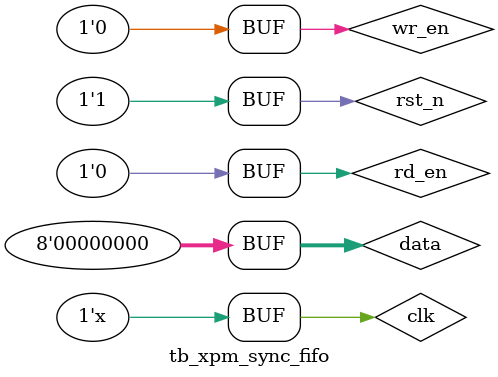
<source format=v>
/****************************************************************************
 * @file    tb_xpm_sync_fifo.v
 * @brief  
 * @author  weslie (zzhi4832@gmail.com)
 * @version 1.0
 * @date    2025-01-22
 * 
 * @par :
 * ___________________________________________________________________________
 * |    Date       |  Version    |       Author     |       Description      |
 * |---------------|-------------|------------------|------------------------|
 * |               |   v1.0      |    weslie        |                        |
 * |---------------|-------------|------------------|------------------------|
 * 
 * @copyright Copyright (c) 2025 welie
 * ***************************************************************************/

`define CLOCK_PERIOD  100

 module tb_xpm_sync_fifo();

parameter WIDTH = 8 ;			//This is width
parameter DEPTH = 8 ;   		//This is depth
parameter FIFO_TYPE = "std" ;  //std or fwft


reg                  	clk  = 0;
reg                  	rst_n= 0;
reg                  	wr_en= 0;
reg                  	rd_en= 0;
reg   [WIDTH-1:0] 		data = 0;
wire  [WIDTH-1:0] 		dout;
wire              		full;
wire              		empty;
wire					almost_full;



xpm_sync_fifo #(
    .WIDTH     	(8     ),
    .DEPTH     	(8     ),
    .FIFO_TYPE 	("std"  ))
u_xpm_sync_fifo(
    .clk         	(clk          ),
    .rst_n       	(rst_n        ),
    .wr_en       	(wr_en        ),
    .rd_en       	(rd_en        ),
    .data        	(data         ),
    .dout        	(dout         ),
    .full        	(full         ),
    .empty       	(empty        ),
    .almost_full 	(almost_full  )
);

initial begin
    #(`CLOCK_PERIOD * 20) rst_n <= 1;
    repeat(100)begin
        #(`CLOCK_PERIOD / 2)begin
            wr_en <= 1;
            data <= data + 1'b1;
        end
        wr_en <= 0;
    end

    repeat(100) begin
        #(`CLOCK_PERIOD / 2)begin
            rd_en <= 1;
        end
        rd_en <= 0;
    end
    
end

always #(`CLOCK_PERIOD / 2)  clk = ~clk;

endmodule
</source>
